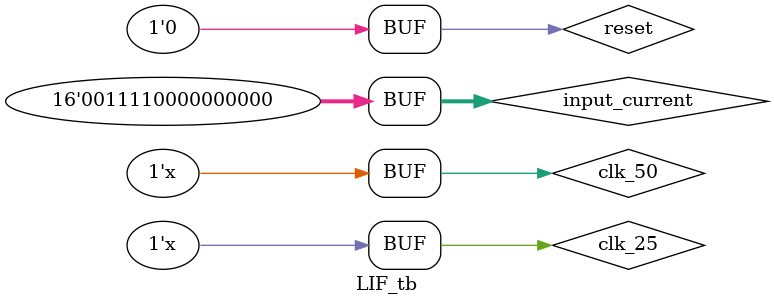
<source format=v>
`timescale 1ns/1ns

module LIF_tb();
    parameter DATA_WIDTH = 16;

    reg clk_50, clk_25, reset;
	wire fired;
    reg [15:0] input_current, threshold;

    //Initialize clocks and index
	initial begin
		clk_50 = 1'b0;
		clk_25 = 1'b0;
        input_current = 16'h3c00; // input current = 1
    end
	
	//Toggle the clocks
	always begin
		#10
		clk_50  = !clk_50;
	end
	
	always begin
		#20
		clk_25  = !clk_25;
	end
	
	//Intialize and drive signals
	initial begin
		reset  = 1'b0;
		#10 
		reset  = 1'b1;
		#30
		reset  = 1'b0;
	end

    // always @(posedge clk_50) begin
    //     a <= a + 16'h0400;
    //     b <= b + 16'h0400;
    // end

    Modified_LIFNeuron LIFNeuron1s(
		.clk(clk_50), 
        .reset(reset), 
        .input_current(input_current),             // Synaptic input current
        .fired(fired)                        // Output spike
    );


endmodule
</source>
